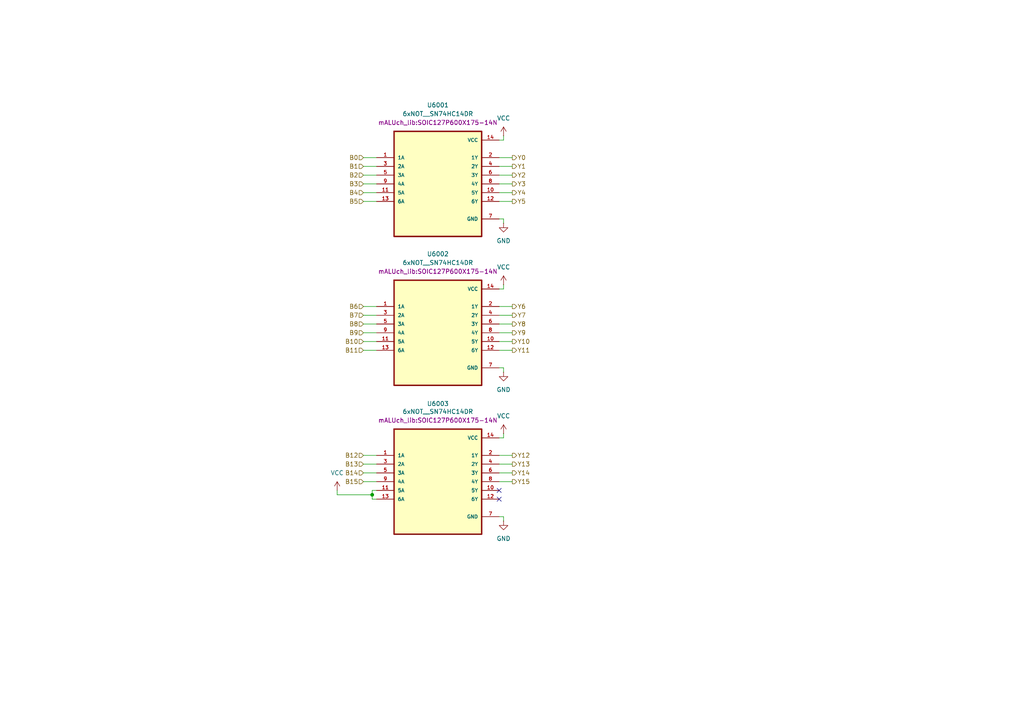
<source format=kicad_sch>
(kicad_sch (version 20250114) (generator "eeschema") (generator_version "9.0")
  (paper "A4")
  (title_block (title "16 bit NOT") (company "AGH Logic Unit") (comment 1 "mALUch project"))
  (lib_symbols
    (symbol "mALUch_lib:6xNOT__SN74HC14DR" (pin_names (offset 1.016))
      (property "Reference" "U" (at -12.7 16.24 0))
      (property "Value" "6xNOT__SN74HC14DR" (at -12.7 -19.24 0))
      (property "Footprint" "mALUch_lib:SOIC127P600X175-14N" (at 0 0 0))
      (symbol "6xNOT__SN74HC14DR_0_0"
        (rectangle (start -12.7 -15.24) (end 12.7 15.24) (stroke (width 0.41)) (fill (type background)))
        (pin input line (at -17.78 7.62 0) (length 5.08) (name "1A") (number "1"))
        (pin input line (at -17.78 5.08 0) (length 5.08) (name "2A") (number "3"))
        (pin input line (at -17.78 2.54 0) (length 5.08) (name "3A") (number "5"))
        (pin input line (at -17.78 0 0) (length 5.08) (name "4A") (number "9"))
        (pin input line (at -17.78 -2.54 0) (length 5.08) (name "5A") (number "11"))
        (pin input line (at -17.78 -5.08 0) (length 5.08) (name "6A") (number "13"))
        (pin power_in line (at 17.78 12.7 180) (length 5.08) (name "VCC") (number "14"))
        (pin output line (at 17.78 7.62 180) (length 5.08) (name "1Y") (number "2"))
        (pin output line (at 17.78 5.08 180) (length 5.08) (name "2Y") (number "4"))
        (pin output line (at 17.78 2.54 180) (length 5.08) (name "3Y") (number "6"))
        (pin output line (at 17.78 0 180) (length 5.08) (name "4Y") (number "8"))
        (pin output line (at 17.78 -2.54 180) (length 5.08) (name "5Y") (number "10"))
        (pin output line (at 17.78 -5.08 180) (length 5.08) (name "6Y") (number "12"))
        (pin power_in line (at 17.78 -10.16 180) (length 5.08) (name "GND") (number "7"))
      )
    )
    (symbol "power:GND" (power) (pin_numbers (hide yes)) (pin_names (offset 0) (hide yes))
      (property "Value" "GND" (at 0 -3.81 0))
      (symbol "GND_0_1"
        (polyline (pts (xy 0 0) (xy 0 -1.27) (xy 1.27 -1.27) (xy 0 -2.54) (xy -1.27 -1.27) (xy 0 -1.27)))
      )
      (symbol "GND_1_1"
        (pin power_in line (at 0 0 270) (length 0) (name "~") (number "1"))
      )
    )
    (symbol "power:VCC" (power) (pin_numbers (hide yes)) (pin_names (offset 0) (hide yes))
      (property "Value" "VCC" (at 0 3.556 0))
      (symbol "VCC_0_1"
        (polyline (pts (xy -0.762 1.27) (xy 0 2.54)))
        (polyline (pts (xy 0 2.54) (xy 0.762 1.27)))
        (polyline (pts (xy 0 0) (xy 0 2.54)))
      )
      (symbol "VCC_1_1"
        (pin power_in line (at 0 0 90) (length 0) (name "~") (number "1"))
      )
    )
  )
  (junction (at 107.95 143.51))
  (no_connect (at 144.78 142.24))
  (no_connect (at 144.78 144.78))
  (wire (pts (xy 146.05 106.68) (xy 144.78 106.68)))
  (wire (pts (xy 144.78 48.26) (xy 148.59 48.26)))
  (wire (pts (xy 105.41 93.98) (xy 109.22 93.98)))
  (wire (pts (xy 144.78 55.88) (xy 148.59 55.88)))
  (wire (pts (xy 97.79 143.51) (xy 107.95 143.51)))
  (wire (pts (xy 105.41 132.08) (xy 109.22 132.08)))
  (wire (pts (xy 105.41 88.9) (xy 109.22 88.9)))
  (wire (pts (xy 105.41 137.16) (xy 109.22 137.16)))
  (wire (pts (xy 105.41 134.62) (xy 109.22 134.62)))
  (wire (pts (xy 105.41 45.72) (xy 109.22 45.72)))
  (wire (pts (xy 144.78 99.06) (xy 148.59 99.06)))
  (wire (pts (xy 146.05 63.5) (xy 144.78 63.5)))
  (wire (pts (xy 144.78 91.44) (xy 148.59 91.44)))
  (wire (pts (xy 144.78 58.42) (xy 148.59 58.42)))
  (wire (pts (xy 105.41 50.8) (xy 109.22 50.8)))
  (wire (pts (xy 144.78 137.16) (xy 148.59 137.16)))
  (wire (pts (xy 105.41 91.44) (xy 109.22 91.44)))
  (wire (pts (xy 144.78 50.8) (xy 148.59 50.8)))
  (wire (pts (xy 146.05 151.13) (xy 146.05 149.86)))
  (wire (pts (xy 144.78 88.9) (xy 148.59 88.9)))
  (wire (pts (xy 144.78 93.98) (xy 148.59 93.98)))
  (wire (pts (xy 107.95 142.24) (xy 107.95 143.51)))
  (wire (pts (xy 105.41 139.7) (xy 109.22 139.7)))
  (wire (pts (xy 146.05 83.82) (xy 144.78 83.82)))
  (wire (pts (xy 146.05 125.73) (xy 146.05 127)))
  (wire (pts (xy 105.41 55.88) (xy 109.22 55.88)))
  (wire (pts (xy 144.78 45.72) (xy 148.59 45.72)))
  (wire (pts (xy 109.22 142.24) (xy 107.95 142.24)))
  (wire (pts (xy 144.78 139.7) (xy 148.59 139.7)))
  (wire (pts (xy 107.95 144.78) (xy 109.22 144.78)))
  (wire (pts (xy 146.05 107.95) (xy 146.05 106.68)))
  (wire (pts (xy 105.41 53.34) (xy 109.22 53.34)))
  (wire (pts (xy 144.78 134.62) (xy 148.59 134.62)))
  (wire (pts (xy 105.41 99.06) (xy 109.22 99.06)))
  (wire (pts (xy 144.78 53.34) (xy 148.59 53.34)))
  (wire (pts (xy 144.78 132.08) (xy 148.59 132.08)))
  (wire (pts (xy 107.95 143.51) (xy 107.95 144.78)))
  (wire (pts (xy 144.78 96.52) (xy 148.59 96.52)))
  (wire (pts (xy 105.41 48.26) (xy 109.22 48.26)))
  (wire (pts (xy 146.05 149.86) (xy 144.78 149.86)))
  (wire (pts (xy 146.05 40.64) (xy 144.78 40.64)))
  (wire (pts (xy 97.79 142.24) (xy 97.79 143.51)))
  (wire (pts (xy 146.05 82.55) (xy 146.05 83.82)))
  (wire (pts (xy 105.41 96.52) (xy 109.22 96.52)))
  (wire (pts (xy 105.41 58.42) (xy 109.22 58.42)))
  (wire (pts (xy 105.41 101.6) (xy 109.22 101.6)))
  (wire (pts (xy 146.05 127) (xy 144.78 127)))
  (wire (pts (xy 144.78 101.6) (xy 148.59 101.6)))
  (wire (pts (xy 146.05 39.37) (xy 146.05 40.64)))
  (wire (pts (xy 146.05 64.77) (xy 146.05 63.5)))
  (hierarchical_label "Y0" (shape output) (at 148.59 45.72 0))
  (hierarchical_label "Y15" (shape output) (at 148.59 139.7 0))
  (hierarchical_label "Y12" (shape output) (at 148.59 132.08 0))
  (hierarchical_label "Y13" (shape output) (at 148.59 134.62 0))
  (hierarchical_label "Y14" (shape output) (at 148.59 137.16 0))
  (hierarchical_label "Y5" (shape output) (at 148.59 58.42 0))
  (hierarchical_label "Y2" (shape output) (at 148.59 50.8 0))
  (hierarchical_label "Y3" (shape output) (at 148.59 53.34 0))
  (hierarchical_label "Y4" (shape output) (at 148.59 55.88 0))
  (hierarchical_label "Y1" (shape output) (at 148.59 48.26 0))
  (hierarchical_label "Y7" (shape output) (at 148.59 91.44 0))
  (hierarchical_label "Y8" (shape output) (at 148.59 93.98 0))
  (hierarchical_label "Y9" (shape output) (at 148.59 96.52 0))
  (hierarchical_label "Y10" (shape output) (at 148.59 99.06 0))
  (hierarchical_label "Y11" (shape output) (at 148.59 101.6 0))
  (hierarchical_label "Y6" (shape output) (at 148.59 88.9 0))
  (hierarchical_label "B12" (shape input) (at 105.41 132.08 180))
  (hierarchical_label "B13" (shape input) (at 105.41 134.62 180))
  (hierarchical_label "B14" (shape input) (at 105.41 137.16 180))
  (hierarchical_label "B15" (shape input) (at 105.41 139.7 180))
  (hierarchical_label "B0" (shape input) (at 105.41 45.72 180))
  (hierarchical_label "B1" (shape input) (at 105.41 48.26 180))
  (hierarchical_label "B2" (shape input) (at 105.41 50.8 180))
  (hierarchical_label "B3" (shape input) (at 105.41 53.34 180))
  (hierarchical_label "B4" (shape input) (at 105.41 55.88 180))
  (hierarchical_label "B5" (shape input) (at 105.41 58.42 180))
  (hierarchical_label "B6" (shape input) (at 105.41 88.9 180))
  (hierarchical_label "B7" (shape input) (at 105.41 91.44 180))
  (hierarchical_label "B8" (shape input) (at 105.41 93.98 180))
  (hierarchical_label "B9" (shape input) (at 105.41 96.52 180))
  (hierarchical_label "B10" (shape input) (at 105.41 99.06 180))
  (hierarchical_label "B11" (shape input) (at 105.41 101.6 180))
  (symbol (lib_id "power:VCC") (at 97.79 142.24 0) (unit 1)
    (property "Reference" "#PWR06006" (effects (hide yes)))
    (property "Value" "VCC" (at 97.79 137.16 0))
    (property "Description" "Power symbol creates a global label with name \"VCC\"" (effects (hide yes)))
  )
  (symbol (lib_id "power:GND") (at 146.05 151.13 0) (unit 1)
    (property "Reference" "#PWR06007" (effects (hide yes)))
    (property "Value" "GND" (at 146.05 156.21 0))
    (property "Description" "Power symbol creates a global label with name \"GND\" , ground" (effects (hide yes)))
  )
  (symbol (lib_id "mALUch_lib:6xNOT__SN74HC14DR") (at 127 53.34 0) (unit 1)
    (property "Reference" "U6001" (at 127 30.48 0))
    (property "Value" "6xNOT__SN74HC14DR" (at 127 33.02 0))
    (property "Footprint" "mALUch_lib:SOIC127P600X175-14N" (at 127 35.56 0))
    (property "MF" "Texas Instruments" (effects (hide yes)))
    (property "Description_1" "6-ch, 2-V to 6-V inverters with Schmitt-Trigger inputs" (effects (hide yes)))
    (property "Package" "SOIC-14 Texas Instruments" (effects (hide yes)))
    (property "Price" "None" (effects (hide yes)))
    (property "SnapEDA_Link" "https://www.snapeda.com/parts/SN74HC14DR/Texas+Instruments/view-part/?ref=snap" (effects (hide yes)))
    (property "MP" "SN74HC14DR" (effects (hide yes)))
    (property "Availability" "In Stock" (effects (hide yes)))
    (property "Check_prices" "https://www.snapeda.com/parts/SN74HC14DR/Texas+Instruments/view-part/?ref=eda" (effects (hide yes)))
  )
  (symbol (lib_id "power:VCC") (at 146.05 125.73 0) (unit 1)
    (property "Reference" "#PWR06005" (effects (hide yes)))
    (property "Value" "VCC" (at 146.05 120.65 0))
    (property "Description" "Power symbol creates a global label with name \"VCC\"" (effects (hide yes)))
  )
  (symbol (lib_id "power:VCC") (at 146.05 39.37 0) (unit 1)
    (property "Reference" "#PWR06001" (effects (hide yes)))
    (property "Value" "VCC" (at 146.05 34.29 0))
    (property "Description" "Power symbol creates a global label with name \"VCC\"" (effects (hide yes)))
  )
  (symbol (lib_id "mALUch_lib:6xNOT__SN74HC14DR") (at 127 96.52 0) (unit 1)
    (property "Reference" "U6002" (at 127 73.66 0))
    (property "Value" "6xNOT__SN74HC14DR" (at 127 76.2 0))
    (property "Footprint" "mALUch_lib:SOIC127P600X175-14N" (at 127 78.74 0))
    (property "MF" "Texas Instruments" (effects (hide yes)))
    (property "Description_1" "6-ch, 2-V to 6-V inverters with Schmitt-Trigger inputs" (effects (hide yes)))
    (property "Package" "SOIC-14 Texas Instruments" (effects (hide yes)))
    (property "Price" "None" (effects (hide yes)))
    (property "SnapEDA_Link" "https://www.snapeda.com/parts/SN74HC14DR/Texas+Instruments/view-part/?ref=snap" (effects (hide yes)))
    (property "MP" "SN74HC14DR" (effects (hide yes)))
    (property "Availability" "In Stock" (effects (hide yes)))
    (property "Check_prices" "https://www.snapeda.com/parts/SN74HC14DR/Texas+Instruments/view-part/?ref=eda" (effects (hide yes)))
  )
  (symbol (lib_id "mALUch_lib:6xNOT__SN74HC14DR") (at 127 139.7 0) (unit 1)
    (property "Reference" "U6003" (at 127 117.094 0))
    (property "Value" "6xNOT__SN74HC14DR" (at 127 119.38 0))
    (property "Footprint" "mALUch_lib:SOIC127P600X175-14N" (at 127 121.92 0))
    (property "MF" "Texas Instruments" (effects (hide yes)))
    (property "Description_1" "6-ch, 2-V to 6-V inverters with Schmitt-Trigger inputs" (effects (hide yes)))
    (property "Package" "SOIC-14 Texas Instruments" (effects (hide yes)))
    (property "Price" "None" (effects (hide yes)))
    (property "SnapEDA_Link" "https://www.snapeda.com/parts/SN74HC14DR/Texas+Instruments/view-part/?ref=snap" (effects (hide yes)))
    (property "MP" "SN74HC14DR" (effects (hide yes)))
    (property "Availability" "In Stock" (effects (hide yes)))
    (property "Check_prices" "https://www.snapeda.com/parts/SN74HC14DR/Texas+Instruments/view-part/?ref=eda" (effects (hide yes)))
  )
  (symbol (lib_id "power:VCC") (at 146.05 82.55 0) (unit 1)
    (property "Reference" "#PWR06003" (effects (hide yes)))
    (property "Value" "VCC" (at 146.05 77.47 0))
    (property "Description" "Power symbol creates a global label with name \"VCC\"" (effects (hide yes)))
  )
  (symbol (lib_id "power:GND") (at 146.05 64.77 0) (unit 1)
    (property "Reference" "#PWR06002" (effects (hide yes)))
    (property "Value" "GND" (at 146.05 69.85 0))
    (property "Description" "Power symbol creates a global label with name \"GND\" , ground" (effects (hide yes)))
  )
  (symbol (lib_id "power:GND") (at 146.05 107.95 0) (unit 1)
    (property "Reference" "#PWR06004" (effects (hide yes)))
    (property "Value" "GND" (at 146.05 113.03 0))
    (property "Description" "Power symbol creates a global label with name \"GND\" , ground" (effects (hide yes)))
  )
)
</source>
